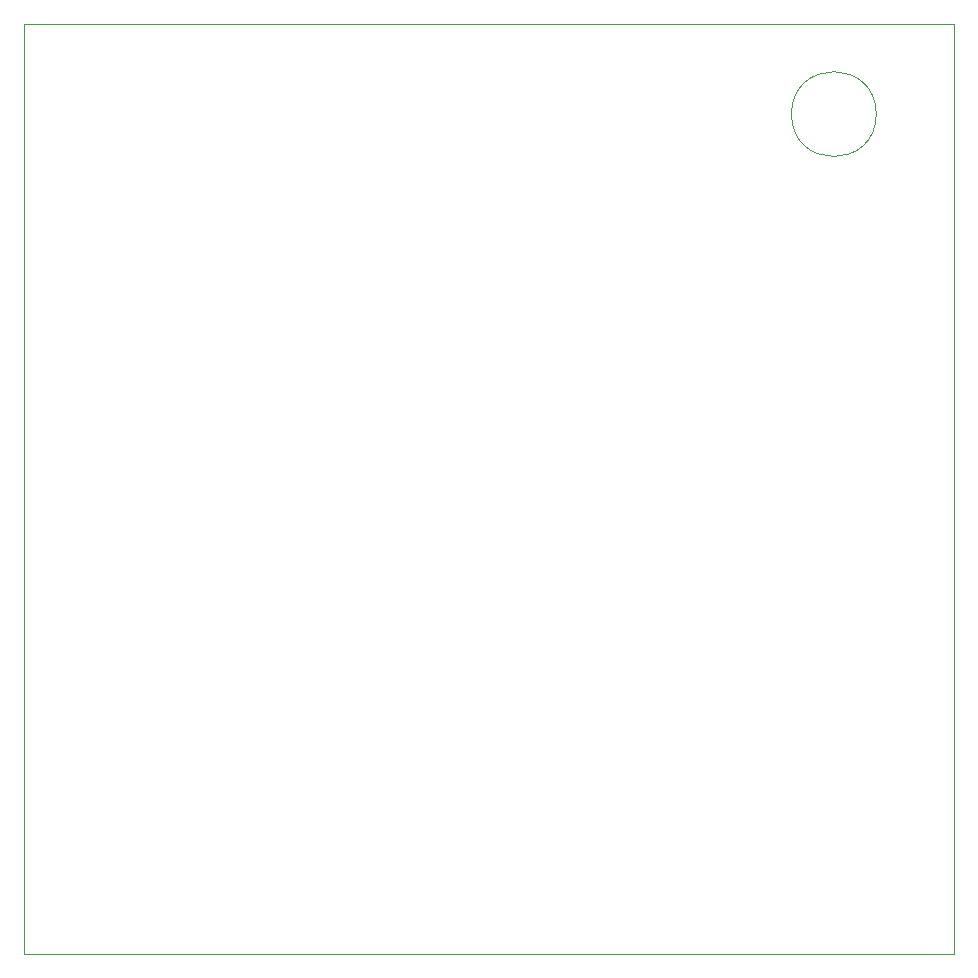
<source format=gbr>
%TF.GenerationSoftware,KiCad,Pcbnew,(6.0.10)*%
%TF.CreationDate,2023-02-16T14:21:37-08:00*%
%TF.ProjectId,project1_2,70726f6a-6563-4743-915f-322e6b696361,rev?*%
%TF.SameCoordinates,Original*%
%TF.FileFunction,Profile,NP*%
%FSLAX46Y46*%
G04 Gerber Fmt 4.6, Leading zero omitted, Abs format (unit mm)*
G04 Created by KiCad (PCBNEW (6.0.10)) date 2023-02-16 14:21:37*
%MOMM*%
%LPD*%
G01*
G04 APERTURE LIST*
%TA.AperFunction,Profile*%
%ADD10C,0.100000*%
%TD*%
G04 APERTURE END LIST*
D10*
X186472102Y-43180000D02*
G75*
G03*
X186472102Y-43180000I-3592102J0D01*
G01*
X114300000Y-35560000D02*
X193040000Y-35560000D01*
X193040000Y-35560000D02*
X193040000Y-114300000D01*
X193040000Y-114300000D02*
X114300000Y-114300000D01*
X114300000Y-114300000D02*
X114300000Y-35560000D01*
M02*

</source>
